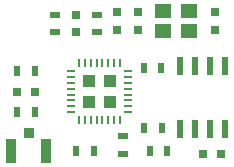
<source format=gtp>
G04 #@! TF.GenerationSoftware,KiCad,Pcbnew,(2017-11-08 revision cd21218)-HEAD*
G04 #@! TF.CreationDate,2018-02-14T17:23:49+02:00*
G04 #@! TF.ProjectId,rfm69w_adapter,72666D3639775F616461707465722E6B,rev?*
G04 #@! TF.SameCoordinates,Original*
G04 #@! TF.FileFunction,Paste,Top*
G04 #@! TF.FilePolarity,Positive*
%FSLAX46Y46*%
G04 Gerber Fmt 4.6, Leading zero omitted, Abs format (unit mm)*
G04 Created by KiCad (PCBNEW (2017-11-08 revision cd21218)-HEAD) date Wed Feb 14 17:23:49 2018*
%MOMM*%
%LPD*%
G01*
G04 APERTURE LIST*
%ADD10R,0.750000X0.800000*%
%ADD11R,0.800000X0.750000*%
%ADD12R,0.500000X0.900000*%
%ADD13R,0.900000X0.500000*%
%ADD14R,1.400000X1.200000*%
%ADD15R,0.700000X0.250000*%
%ADD16R,0.250000X0.700000*%
%ADD17R,1.035000X1.035000*%
%ADD18R,0.600000X1.550000*%
%ADD19R,0.950000X2.100000*%
%ADD20R,0.900000X0.950000*%
G04 APERTURE END LIST*
D10*
X130750000Y-65500000D03*
X130750000Y-67000000D03*
D11*
X114000000Y-72250000D03*
X115500000Y-72250000D03*
D12*
X115500000Y-74000000D03*
X114000000Y-74000000D03*
X114000000Y-70500000D03*
X115500000Y-70500000D03*
D11*
X129750000Y-77500000D03*
X131250000Y-77500000D03*
D12*
X126750000Y-77250000D03*
X125250000Y-77250000D03*
X119000000Y-77250000D03*
X120500000Y-77250000D03*
D10*
X124250000Y-67000000D03*
X124250000Y-65500000D03*
X122500000Y-65500000D03*
X122500000Y-67000000D03*
D13*
X120750000Y-67250000D03*
X120750000Y-65750000D03*
D10*
X119000000Y-65750000D03*
X119000000Y-67250000D03*
D13*
X117250000Y-67250000D03*
X117250000Y-65750000D03*
D12*
X124750000Y-70250000D03*
X126250000Y-70250000D03*
X124780000Y-75350000D03*
X126280000Y-75350000D03*
D14*
X128600000Y-67100000D03*
X126400000Y-67100000D03*
X126400000Y-65400000D03*
X128600000Y-65400000D03*
D15*
X118600000Y-70500000D03*
X118600000Y-71000000D03*
X118600000Y-71500000D03*
X118600000Y-72000000D03*
X118600000Y-72500000D03*
X118600000Y-73000000D03*
X118600000Y-73500000D03*
X118600000Y-74000000D03*
D16*
X119250000Y-74650000D03*
X119750000Y-74650000D03*
X120250000Y-74650000D03*
X120750000Y-74650000D03*
X121250000Y-74650000D03*
X121750000Y-74650000D03*
X122250000Y-74650000D03*
X122750000Y-74650000D03*
D15*
X123400000Y-74000000D03*
X123400000Y-73500000D03*
X123400000Y-73000000D03*
X123400000Y-72500000D03*
X123400000Y-72000000D03*
X123400000Y-71500000D03*
X123400000Y-71000000D03*
X123400000Y-70500000D03*
D16*
X122750000Y-69850000D03*
X122250000Y-69850000D03*
X121750000Y-69850000D03*
X121250000Y-69850000D03*
X120750000Y-69850000D03*
X120250000Y-69850000D03*
X119750000Y-69850000D03*
X119250000Y-69850000D03*
D17*
X121862500Y-73112500D03*
X121862500Y-71387500D03*
X120137500Y-73112500D03*
X120137500Y-71387500D03*
D18*
X131655000Y-70050000D03*
X130385000Y-70050000D03*
X129115000Y-70050000D03*
X127845000Y-70050000D03*
X127845000Y-75450000D03*
X129115000Y-75450000D03*
X130385000Y-75450000D03*
X131655000Y-75450000D03*
D19*
X116475000Y-77250000D03*
X113525000Y-77250000D03*
D20*
X115000000Y-75725000D03*
D13*
X123000000Y-77500000D03*
X123000000Y-76000000D03*
M02*

</source>
